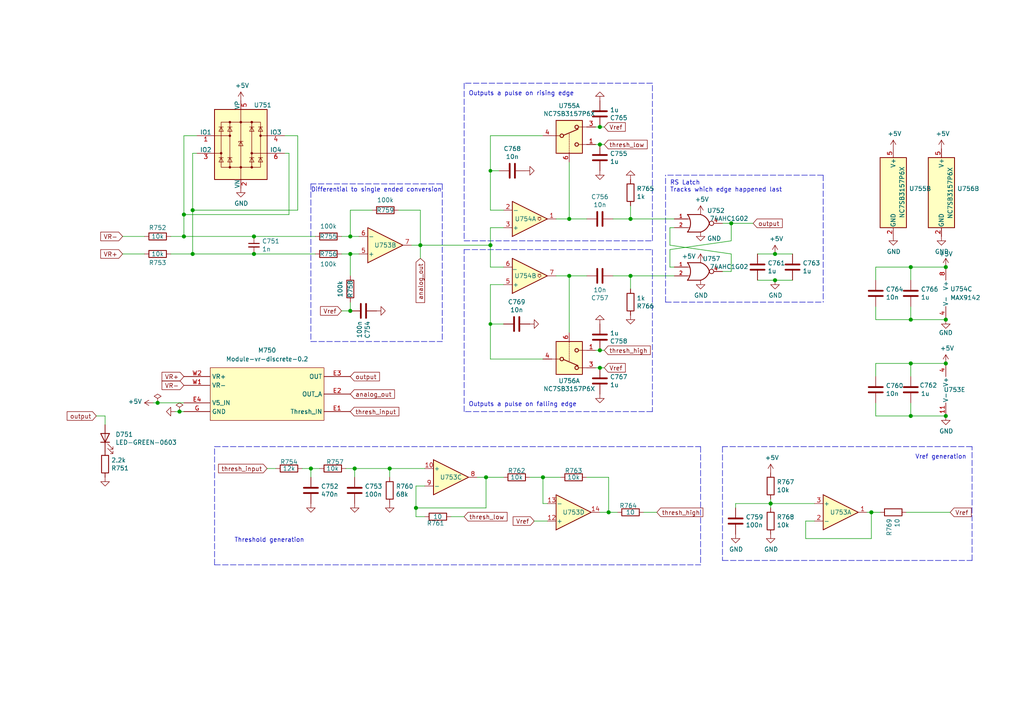
<source format=kicad_sch>
(kicad_sch (version 20211123) (generator eeschema)
  (paper "A4")
  (lib_symbols
    (symbol "74xGxx:74AHC1G02" (pin_names (offset 1.016))
      (property "Reference" "U" (at -2.54 3.81 0))
      (property "Value" "74AHC1G02" (at 0 -3.81 0))
      (symbol "74AHC1G02_0_1"
        (arc (start -3.81 -2.54) (mid -2.919 0) (end -3.81 2.54) (stroke (width 0.254)))
        (arc (start 0 -2.54) (mid 1.5993 -1.6027) (end 2.54 0) (stroke (width 0.254)))
        (polyline (pts (xy -3.81 -1.27) (xy -3.175 -1.27)))
        (polyline (pts (xy -3.81 1.27) (xy -3.175 1.27)))
        (polyline (pts (xy 0 -2.54) (xy -3.81 -2.54)) (stroke (width 0.254)) (fill (type background)))
        (polyline (pts (xy 0 2.54) (xy -3.81 2.54)) (stroke (width 0.254)) (fill (type background)))
        (arc (start 2.54 0) (mid 1.6119 1.6152) (end 0 2.54) (stroke (width 0.254)))
      )
      (symbol "74AHC1G02_1_1"
        (pin input line (at -7.62 1.27 0) (length 3.81) (name "~") (number "1"))
        (pin input line (at -7.62 -1.27 0) (length 3.81) (name "~") (number "2"))
        (pin power_in line (at 0 -2.54 270) (length 0) hide (name "GND") (number "3"))
        (pin output inverted (at 6.35 0 180) (length 3.81) (name "~") (number "4"))
        (pin power_in line (at 0 2.54 90) (length 0) hide (name "VCC") (number "5"))
      )
    )
    (symbol "Amplifier_Operational:MCP6004" (pin_names (offset 0.127))
      (property "Reference" "U" (at 0 5.08 0))
      (property "Value" "MCP6004" (at 0 -5.08 0))
      (symbol "MCP6004_1_1"
        (polyline (pts (xy -5.08 5.08) (xy 5.08 0) (xy -5.08 -5.08) (xy -5.08 5.08)) (stroke (width 0.254)) (fill (type background)))
        (pin output line (at 7.62 0 180) (length 2.54) (name "~") (number "1"))
        (pin input line (at -7.62 -2.54 0) (length 2.54) (name "-") (number "2"))
        (pin input line (at -7.62 2.54 0) (length 2.54) (name "+") (number "3"))
      )
      (symbol "MCP6004_2_1"
        (polyline (pts (xy -5.08 5.08) (xy 5.08 0) (xy -5.08 -5.08) (xy -5.08 5.08)) (stroke (width 0.254)) (fill (type background)))
        (pin input line (at -7.62 2.54 0) (length 2.54) (name "+") (number "5"))
        (pin input line (at -7.62 -2.54 0) (length 2.54) (name "-") (number "6"))
        (pin output line (at 7.62 0 180) (length 2.54) (name "~") (number "7"))
      )
      (symbol "MCP6004_3_1"
        (polyline (pts (xy -5.08 5.08) (xy 5.08 0) (xy -5.08 -5.08) (xy -5.08 5.08)) (stroke (width 0.254)) (fill (type background)))
        (pin input line (at -7.62 2.54 0) (length 2.54) (name "+") (number "10"))
        (pin output line (at 7.62 0 180) (length 2.54) (name "~") (number "8"))
        (pin input line (at -7.62 -2.54 0) (length 2.54) (name "-") (number "9"))
      )
      (symbol "MCP6004_4_1"
        (polyline (pts (xy -5.08 5.08) (xy 5.08 0) (xy -5.08 -5.08) (xy -5.08 5.08)) (stroke (width 0.254)) (fill (type background)))
        (pin input line (at -7.62 2.54 0) (length 2.54) (name "+") (number "12"))
        (pin input line (at -7.62 -2.54 0) (length 2.54) (name "-") (number "13"))
        (pin output line (at 7.62 0 180) (length 2.54) (name "~") (number "14"))
      )
      (symbol "MCP6004_5_1"
        (pin power_in line (at -2.54 -7.62 90) (length 3.81) (name "V-") (number "11"))
        (pin power_in line (at -2.54 7.62 270) (length 3.81) (name "V+") (number "4"))
      )
    )
    (symbol "Analog_Switch:NC7SB3157P6X" (pin_names (offset 0.127))
      (property "Reference" "U" (at -3.175 4.699 0))
      (property "Value" "NC7SB3157P6X" (at -3.175 2.921 0))
      (symbol "NC7SB3157P6X_1_1"
        (rectangle (start -3.81 1.905) (end 3.81 -7.62) (stroke (width 0.254)) (fill (type background)))
        (circle (center -2.159 -2.54) (radius 0.508) (stroke (width 0.254)))
        (polyline (pts (xy -5.08 -2.54) (xy -2.794 -2.54)))
        (polyline (pts (xy -1.651 -2.413) (xy 2.54 -0.635)) (stroke (width 0.254)))
        (polyline (pts (xy 0 -7.62) (xy 0 -7.112)))
        (polyline (pts (xy 0 -6.858) (xy 0 -6.604)))
        (polyline (pts (xy 0 -6.35) (xy 0 -6.096)))
        (polyline (pts (xy 0 -5.842) (xy 0 -5.588)))
        (polyline (pts (xy 0 -5.334) (xy 0 -5.08)))
        (polyline (pts (xy 0 -4.826) (xy 0 -4.572)))
        (polyline (pts (xy 0 -4.318) (xy 0 -4.064)))
        (polyline (pts (xy 0 -3.81) (xy 0 -3.556)))
        (polyline (pts (xy 0 -3.302) (xy 0 -3.048)))
        (polyline (pts (xy 0 -2.794) (xy 0 -2.54)))
        (polyline (pts (xy 0 -2.286) (xy 0 -2.032)))
        (polyline (pts (xy 0 -2.286) (xy 0 -2.032)))
        (polyline (pts (xy 5.08 -5.08) (xy 2.794 -5.08)))
        (polyline (pts (xy 5.08 0) (xy 2.794 0)))
        (circle (center 2.159 -5.08) (radius 0.508) (stroke (width 0.254)))
        (circle (center 2.159 0) (radius 0.508) (stroke (width 0.254)))
        (pin passive line (at 7.62 -5.08 180) (length 2.54) (name "~") (number "1"))
        (pin passive line (at 7.62 0 180) (length 2.54) (name "~") (number "3"))
        (pin passive line (at -7.62 -2.54 0) (length 2.54) (name "~") (number "4"))
        (pin input line (at 0 -10.16 90) (length 2.54) (name "~") (number "6"))
      )
      (symbol "NC7SB3157P6X_2_0"
        (pin power_in line (at 0 -12.7 90) (length 2.54) (name "GND") (number "2"))
        (pin power_in line (at 0 12.7 270) (length 2.54) (name "V+") (number "5"))
      )
      (symbol "NC7SB3157P6X_2_1"
        (rectangle (start -3.81 10.16) (end 3.81 -10.16) (stroke (width 0.254)) (fill (type background)))
      )
    )
    (symbol "Comparator:LM393" (pin_names (offset 0.127))
      (property "Reference" "U" (at 3.81 3.81 0))
      (property "Value" "LM393" (at 6.35 -3.81 0))
      (symbol "LM393_1_1"
        (polyline (pts (xy -5.08 5.08) (xy 5.08 0) (xy -5.08 -5.08) (xy -5.08 5.08)) (stroke (width 0.254)) (fill (type background)))
        (polyline (pts (xy 3.302 -0.508) (xy 2.794 -0.508) (xy 3.302 0) (xy 2.794 0.508) (xy 2.286 0) (xy 2.794 -0.508) (xy 2.286 -0.508)) (stroke (width 0.127)))
        (pin open_collector line (at 7.62 0 180) (length 2.54) (name "~") (number "1"))
        (pin input line (at -7.62 -2.54 0) (length 2.54) (name "-") (number "2"))
        (pin input line (at -7.62 2.54 0) (length 2.54) (name "+") (number "3"))
      )
      (symbol "LM393_2_1"
        (polyline (pts (xy -5.08 5.08) (xy 5.08 0) (xy -5.08 -5.08) (xy -5.08 5.08)) (stroke (width 0.254)) (fill (type background)))
        (polyline (pts (xy 3.302 -0.508) (xy 2.794 -0.508) (xy 3.302 0) (xy 2.794 0.508) (xy 2.286 0) (xy 2.794 -0.508) (xy 2.286 -0.508)) (stroke (width 0.127)))
        (pin input line (at -7.62 2.54 0) (length 2.54) (name "+") (number "5"))
        (pin input line (at -7.62 -2.54 0) (length 2.54) (name "_") (number "6"))
        (pin open_collector line (at 7.62 0 180) (length 2.54) (name "~") (number "7"))
      )
      (symbol "LM393_3_1"
        (pin power_in line (at -2.54 -7.62 90) (length 3.81) (name "V-") (number "4"))
        (pin power_in line (at -2.54 7.62 270) (length 3.81) (name "V+") (number "8"))
      )
    )
    (symbol "Device:C" (pin_numbers hide) (pin_names (offset 0.254))
      (property "Reference" "C" (at 0.635 2.54 0))
      (property "Value" "C" (at 0.635 -2.54 0))
      (symbol "C_0_1"
        (polyline (pts (xy -2.032 -0.762) (xy 2.032 -0.762)) (stroke (width 0.508)))
        (polyline (pts (xy -2.032 0.762) (xy 2.032 0.762)) (stroke (width 0.508)))
      )
      (symbol "C_1_1"
        (pin passive line (at 0 3.81 270) (length 2.794) (name "~") (number "1"))
        (pin passive line (at 0 -3.81 90) (length 2.794) (name "~") (number "2"))
      )
    )
    (symbol "Device:C_Small" (pin_numbers hide) (pin_names (offset 0.254) hide)
      (property "Reference" "C" (at 0.254 1.778 0))
      (property "Value" "C_Small" (at 0.254 -2.032 0))
      (symbol "C_Small_0_1"
        (polyline (pts (xy -1.524 -0.508) (xy 1.524 -0.508)) (stroke (width 0.3302)))
        (polyline (pts (xy -1.524 0.508) (xy 1.524 0.508)) (stroke (width 0.3048)))
      )
      (symbol "C_Small_1_1"
        (pin passive line (at 0 2.54 270) (length 2.032) (name "~") (number "1"))
        (pin passive line (at 0 -2.54 90) (length 2.032) (name "~") (number "2"))
      )
    )
    (symbol "Device:LED" (pin_numbers hide) (pin_names (offset 1.016) hide)
      (property "Reference" "D" (at 0 2.54 0))
      (property "Value" "LED" (at 0 -2.54 0))
      (symbol "LED_0_1"
        (polyline (pts (xy -1.27 -1.27) (xy -1.27 1.27)) (stroke (width 0.254)))
        (polyline (pts (xy -1.27 0) (xy 1.27 0)))
        (polyline (pts (xy 1.27 -1.27) (xy 1.27 1.27) (xy -1.27 0) (xy 1.27 -1.27)) (stroke (width 0.254)))
        (polyline (pts (xy -3.048 -0.762) (xy -4.572 -2.286) (xy -3.81 -2.286) (xy -4.572 -2.286) (xy -4.572 -1.524)))
        (polyline (pts (xy -1.778 -0.762) (xy -3.302 -2.286) (xy -2.54 -2.286) (xy -3.302 -2.286) (xy -3.302 -1.524)))
      )
      (symbol "LED_1_1"
        (pin passive line (at -3.81 0 0) (length 2.54) (name "K") (number "1"))
        (pin passive line (at 3.81 0 180) (length 2.54) (name "A") (number "2"))
      )
    )
    (symbol "Device:R" (pin_numbers hide) (pin_names (offset 0))
      (property "Reference" "R" (at 2.032 0 90))
      (property "Value" "R" (at 0 0 90))
      (symbol "R_0_1"
        (rectangle (start -1.016 -2.54) (end 1.016 2.54) (stroke (width 0.254)))
      )
      (symbol "R_1_1"
        (pin passive line (at 0 3.81 270) (length 1.27) (name "~") (number "1"))
        (pin passive line (at 0 -3.81 90) (length 1.27) (name "~") (number "2"))
      )
    )
    (symbol "Power_Protection:SRV05-4" (pin_names (offset 0))
      (property "Reference" "U" (at -5.08 11.43 0))
      (property "Value" "SRV05-4-P-T7" (at 2.54 11.43 0))
      (symbol "SRV05-4_0_0"
        (rectangle (start -5.715 6.477) (end 5.715 -6.604))
        (polyline (pts (xy -3.175 -6.604) (xy -3.175 6.477)))
        (polyline (pts (xy 3.175 6.477) (xy 3.175 -6.604)))
      )
      (symbol "SRV05-4_0_1"
        (rectangle (start -7.62 10.16) (end 7.62 -10.16) (stroke (width 0.254)) (fill (type background)))
        (circle (center -5.715 -2.54) (radius 0.2794) (fill (type outline)))
        (circle (center -3.175 -6.604) (radius 0.2794) (fill (type outline)))
        (circle (center -3.175 2.54) (radius 0.2794) (fill (type outline)))
        (circle (center -3.175 6.477) (radius 0.2794) (fill (type outline)))
        (circle (center 0 -6.604) (radius 0.2794) (fill (type outline)))
        (polyline (pts (xy -7.747 2.54) (xy -3.175 2.54)))
        (polyline (pts (xy -7.62 -2.54) (xy -5.715 -2.54)))
        (polyline (pts (xy -5.08 -3.81) (xy -6.35 -3.81)))
        (polyline (pts (xy -5.08 5.08) (xy -6.35 5.08)))
        (polyline (pts (xy -2.54 -3.81) (xy -3.81 -3.81)))
        (polyline (pts (xy -2.54 5.08) (xy -3.81 5.08)))
        (polyline (pts (xy 0 10.16) (xy 0 -10.16)))
        (polyline (pts (xy 3.81 -3.81) (xy 2.54 -3.81)))
        (polyline (pts (xy 3.81 5.08) (xy 2.54 5.08)))
        (polyline (pts (xy 6.35 -3.81) (xy 5.08 -3.81)))
        (polyline (pts (xy 6.35 5.08) (xy 5.08 5.08)))
        (polyline (pts (xy 7.62 -2.54) (xy 3.175 -2.54)))
        (polyline (pts (xy 7.62 2.54) (xy 5.715 2.54)))
        (polyline (pts (xy 0.635 0.889) (xy -0.635 0.889) (xy -0.635 0.635)))
        (polyline (pts (xy -5.08 -5.08) (xy -6.35 -5.08) (xy -5.715 -3.81) (xy -5.08 -5.08)))
        (polyline (pts (xy -5.08 3.81) (xy -6.35 3.81) (xy -5.715 5.08) (xy -5.08 3.81)))
        (polyline (pts (xy -2.54 -5.08) (xy -3.81 -5.08) (xy -3.175 -3.81) (xy -2.54 -5.08)))
        (polyline (pts (xy -2.54 3.81) (xy -3.81 3.81) (xy -3.175 5.08) (xy -2.54 3.81)))
        (polyline (pts (xy 0.635 -0.381) (xy -0.635 -0.381) (xy 0 0.889) (xy 0.635 -0.381)))
        (polyline (pts (xy 3.81 -5.08) (xy 2.54 -5.08) (xy 3.175 -3.81) (xy 3.81 -5.08)))
        (polyline (pts (xy 3.81 3.81) (xy 2.54 3.81) (xy 3.175 5.08) (xy 3.81 3.81)))
        (polyline (pts (xy 6.35 -5.08) (xy 5.08 -5.08) (xy 5.715 -3.81) (xy 6.35 -5.08)))
        (polyline (pts (xy 6.35 3.81) (xy 5.08 3.81) (xy 5.715 5.08) (xy 6.35 3.81)))
        (circle (center 0 6.477) (radius 0.2794) (fill (type outline)))
        (circle (center 3.175 -6.604) (radius 0.2794) (fill (type outline)))
        (circle (center 3.175 -2.54) (radius 0.2794) (fill (type outline)))
        (circle (center 3.175 6.477) (radius 0.2794) (fill (type outline)))
        (circle (center 5.715 2.54) (radius 0.2794) (fill (type outline)))
      )
      (symbol "SRV05-4_1_1"
        (pin passive line (at -12.7 2.54 0) (length 5.08) (name "IO1") (number "1"))
        (pin passive line (at 0 -12.7 90) (length 2.54) (name "VN") (number "2"))
        (pin passive line (at -12.7 -2.54 0) (length 5.08) (name "IO2") (number "3"))
        (pin passive line (at 12.7 2.54 180) (length 5.08) (name "IO3") (number "4"))
        (pin passive line (at 0 12.7 270) (length 2.54) (name "VP") (number "5"))
        (pin passive line (at 12.7 -2.54 180) (length 5.08) (name "IO4") (number "6"))
      )
    )
    (symbol "power:+5V" (power) (pin_names (offset 0))
      (property "Value" "+5V" (at 0 3.556 0))
      (symbol "+5V_0_1"
        (polyline (pts (xy -0.762 1.27) (xy 0 2.54)))
        (polyline (pts (xy 0 0) (xy 0 2.54)))
        (polyline (pts (xy 0 2.54) (xy 0.762 1.27)))
      )
      (symbol "+5V_1_1"
        (pin power_in line (at 0 0 90) (length 0) hide (name "+5V") (number "1"))
      )
    )
    (symbol "power:GND" (power) (pin_names (offset 0))
      (property "Value" "GND" (at 0 -3.81 0))
      (symbol "GND_0_1"
        (polyline (pts (xy 0 0) (xy 0 -1.27) (xy 1.27 -1.27) (xy 0 -2.54) (xy -1.27 -1.27) (xy 0 -1.27)))
      )
      (symbol "GND_1_1"
        (pin power_in line (at 0 0 270) (length 0) hide (name "GND") (number "1"))
      )
    )
    (symbol "power:PWR_FLAG" (power) (pin_numbers hide) (pin_names (offset 0) hide)
      (property "Value" "PWR_FLAG" (at 0 3.81 0))
      (symbol "PWR_FLAG_0_0"
        (pin power_out line (at 0 0 90) (length 0) (name "pwr") (number "1"))
      )
      (symbol "PWR_FLAG_0_1"
        (polyline (pts (xy 0 0) (xy 0 1.27) (xy -1.016 1.905) (xy 0 2.54) (xy 1.016 1.905) (xy 0 1.27)))
      )
    )
    (symbol "vr-discrete:Module-vr-discrete-0.2"
      (property "Reference" "M" (at 1.27 1.27 0))
      (property "Value" "Module-vr-discrete-0.2" (at 16.51 -16.51 0))
      (symbol "Module-vr-discrete-0.2_1_0"
        (rectangle (start 0 0) (end 33.02 -15.24) (fill (type background)))
        (pin passive line (at 40.64 -12.7 180) (length 7.62) (name "Thresh_IN") (number "E1"))
        (pin passive line (at 40.64 -7.62 180) (length 7.62) (name "OUT_A") (number "E2"))
        (pin passive line (at 40.64 -2.54 180) (length 7.62) (name "OUT") (number "E3"))
        (pin passive line (at -7.62 -10.16 0) (length 7.62) (name "V5_IN") (number "E4"))
        (pin passive line (at -7.62 -12.7 0) (length 7.62) (name "GND") (number "G"))
        (pin passive line (at -7.62 -5.08 0) (length 7.62) (name "VR-") (number "W1"))
        (pin passive line (at -7.62 -2.54 0) (length 7.62) (name "VR+") (number "W2"))
      )
    )
  )
  (junction (at 142.24 71.12) (diameter 1.016))
  (junction (at 142.24 93.98))
  (junction (at 264.16 105.41) (diameter 1.016))
  (junction (at 52.07 119.38) (diameter 1.016))
  (junction (at 73.66 68.58) (diameter 1.016))
  (junction (at 102.87 135.89) (diameter 1.016))
  (junction (at 173.99 106.68) (diameter 1.016))
  (junction (at 274.32 92.71) (diameter 1.016))
  (junction (at 73.66 73.66) (diameter 1.016))
  (junction (at 264.16 120.65) (diameter 1.016))
  (junction (at 101.6 73.66) (diameter 1.016))
  (junction (at 274.32 120.65) (diameter 1.016))
  (junction (at 55.88 73.66) (diameter 1.016))
  (junction (at 120.65 147.32) (diameter 1.016))
  (junction (at 142.24 49.53))
  (junction (at 165.1 63.5) (diameter 1.016))
  (junction (at 224.79 73.66) (diameter 1.016))
  (junction (at 53.34 68.58) (diameter 1.016))
  (junction (at 45.72 116.84) (diameter 1.016))
  (junction (at 90.17 135.89) (diameter 1.016))
  (junction (at 173.99 36.83) (diameter 1.016))
  (junction (at 173.99 41.91) (diameter 1.016))
  (junction (at 157.48 138.43) (diameter 1.016))
  (junction (at 274.32 77.47) (diameter 1.016))
  (junction (at 55.88 60.96) (diameter 1.016))
  (junction (at 264.16 77.47) (diameter 1.016))
  (junction (at 182.88 80.01) (diameter 1.016))
  (junction (at 274.32 105.41) (diameter 1.016))
  (junction (at 252.73 148.59) (diameter 1.016))
  (junction (at 113.03 135.89) (diameter 1.016))
  (junction (at 176.53 148.59) (diameter 1.016))
  (junction (at 101.6 90.17) (diameter 1.016))
  (junction (at 53.34 62.23) (diameter 1.016))
  (junction (at 121.92 71.12) (diameter 1.016))
  (junction (at 264.16 92.71) (diameter 1.016))
  (junction (at 182.88 63.5) (diameter 1.016))
  (junction (at 101.6 68.58) (diameter 1.016))
  (junction (at 140.97 138.43) (diameter 1.016))
  (junction (at 224.79 81.28) (diameter 1.016))
  (junction (at 165.1 80.01) (diameter 1.016))
  (junction (at 212.09 64.77) (diameter 1.016))
  (junction (at 223.52 146.05) (diameter 1.016))
  (junction (at 173.99 101.6) (diameter 1.016))
  (polyline (pts (xy 238.76 50.8) (xy 193.04 50.8)) (stroke (width 0) (type dash)))
  (wire (pts (xy 254 105.41) (xy 254 109.22)))
  (wire (pts (xy 121.92 60.96) (xy 121.92 71.12)))
  (wire (pts (xy 120.65 147.32) (xy 140.97 147.32)))
  (polyline (pts (xy 189.23 119.38) (xy 134.62 119.38)) (stroke (width 0) (type dash)))
  (wire (pts (xy 52.07 119.38) (xy 53.34 119.38)))
  (wire (pts (xy 236.22 151.13) (xy 233.68 151.13)))
  (wire (pts (xy 157.48 138.43) (xy 162.56 138.43)))
  (wire (pts (xy 142.24 93.98) (xy 146.05 93.98)))
  (wire (pts (xy 157.48 138.43) (xy 153.67 138.43)))
  (wire (pts (xy 274.32 92.71) (xy 264.16 92.71)))
  (wire (pts (xy 233.68 151.13) (xy 233.68 156.21)))
  (wire (pts (xy 99.06 73.66) (xy 101.6 73.66)))
  (wire (pts (xy 101.6 73.66) (xy 104.14 73.66)))
  (wire (pts (xy 102.87 135.89) (xy 113.03 135.89)))
  (wire (pts (xy 165.1 63.5) (xy 170.18 63.5)))
  (polyline (pts (xy 209.55 129.54) (xy 209.55 162.56)) (stroke (width 0) (type dash)))
  (wire (pts (xy 100.33 135.89) (xy 102.87 135.89)))
  (wire (pts (xy 53.34 62.23) (xy 53.34 68.58)))
  (wire (pts (xy 177.8 63.5) (xy 182.88 63.5)))
  (wire (pts (xy 55.88 60.96) (xy 86.36 60.96)))
  (wire (pts (xy 254 116.84) (xy 254 120.65)))
  (wire (pts (xy 195.58 77.47) (xy 194.31 77.47)))
  (wire (pts (xy 254 77.47) (xy 264.16 77.47)))
  (wire (pts (xy 146.05 77.47) (xy 142.24 77.47)))
  (polyline (pts (xy 134.62 72.39) (xy 189.23 72.39)) (stroke (width 0) (type dash)))
  (wire (pts (xy 57.15 44.45) (xy 55.88 44.45)))
  (wire (pts (xy 209.55 78.74) (xy 212.09 78.74)))
  (wire (pts (xy 41.91 73.66) (xy 35.56 73.66)))
  (polyline (pts (xy 62.23 163.83) (xy 203.2 163.83)) (stroke (width 0) (type dash)))
  (wire (pts (xy 212.09 64.77) (xy 212.09 69.85)))
  (wire (pts (xy 35.56 68.58) (xy 41.91 68.58)))
  (wire (pts (xy 172.72 41.91) (xy 173.99 41.91)))
  (wire (pts (xy 173.99 41.91) (xy 175.26 41.91)))
  (wire (pts (xy 165.1 63.5) (xy 165.1 46.99)))
  (wire (pts (xy 165.1 80.01) (xy 165.1 96.52)))
  (wire (pts (xy 80.01 135.89) (xy 77.47 135.89)))
  (wire (pts (xy 142.24 66.04) (xy 146.05 66.04)))
  (polyline (pts (xy 193.04 87.63) (xy 238.76 87.63)) (stroke (width 0) (type dash)))
  (wire (pts (xy 233.68 156.21) (xy 252.73 156.21)))
  (wire (pts (xy 254 88.9) (xy 254 92.71)))
  (wire (pts (xy 194.31 66.04) (xy 194.31 71.12)))
  (wire (pts (xy 194.31 66.04) (xy 195.58 66.04)))
  (wire (pts (xy 165.1 80.01) (xy 170.18 80.01)))
  (polyline (pts (xy 281.94 129.54) (xy 209.55 129.54)) (stroke (width 0) (type dash)))
  (polyline (pts (xy 128.27 53.34) (xy 90.17 53.34)) (stroke (width 0) (type dash)))
  (wire (pts (xy 101.6 60.96) (xy 101.6 68.58)))
  (wire (pts (xy 55.88 44.45) (xy 55.88 60.96)))
  (wire (pts (xy 219.71 73.66) (xy 224.79 73.66)))
  (wire (pts (xy 229.87 73.66) (xy 224.79 73.66)))
  (wire (pts (xy 170.18 138.43) (xy 176.53 138.43)))
  (wire (pts (xy 120.65 147.32) (xy 120.65 149.86)))
  (wire (pts (xy 223.52 146.05) (xy 223.52 147.32)))
  (wire (pts (xy 55.88 73.66) (xy 49.53 73.66)))
  (wire (pts (xy 194.31 72.39) (xy 194.31 77.47)))
  (wire (pts (xy 140.97 138.43) (xy 138.43 138.43)))
  (polyline (pts (xy 62.23 163.83) (xy 62.23 129.54)) (stroke (width 0) (type dash)))
  (wire (pts (xy 165.1 80.01) (xy 161.29 80.01)))
  (wire (pts (xy 83.82 62.23) (xy 83.82 44.45)))
  (wire (pts (xy 254 92.71) (xy 264.16 92.71)))
  (wire (pts (xy 142.24 93.98) (xy 142.24 104.14)))
  (wire (pts (xy 194.31 72.39) (xy 212.09 69.85)))
  (wire (pts (xy 254 77.47) (xy 254 81.28)))
  (wire (pts (xy 254 105.41) (xy 264.16 105.41)))
  (wire (pts (xy 142.24 49.53) (xy 144.78 49.53)))
  (wire (pts (xy 157.48 39.37) (xy 142.24 39.37)))
  (wire (pts (xy 173.99 36.83) (xy 172.72 36.83)))
  (wire (pts (xy 175.26 36.83) (xy 173.99 36.83)))
  (wire (pts (xy 44.45 116.84) (xy 45.72 116.84)))
  (wire (pts (xy 142.24 82.55) (xy 146.05 82.55)))
  (wire (pts (xy 86.36 60.96) (xy 86.36 39.37)))
  (polyline (pts (xy 134.62 119.38) (xy 134.62 72.39)) (stroke (width 0) (type dash)))
  (wire (pts (xy 123.19 140.97) (xy 120.65 140.97)))
  (wire (pts (xy 27.94 120.65) (xy 30.48 120.65)))
  (wire (pts (xy 161.29 63.5) (xy 165.1 63.5)))
  (wire (pts (xy 252.73 156.21) (xy 252.73 148.59)))
  (polyline (pts (xy 128.27 53.34) (xy 128.27 99.06)) (stroke (width 0) (type dash)))
  (wire (pts (xy 254 120.65) (xy 264.16 120.65)))
  (wire (pts (xy 57.15 39.37) (xy 53.34 39.37)))
  (polyline (pts (xy 189.23 24.13) (xy 134.62 24.13)) (stroke (width 0) (type dash)))
  (wire (pts (xy 120.65 140.97) (xy 120.65 147.32)))
  (wire (pts (xy 182.88 63.5) (xy 195.58 63.5)))
  (wire (pts (xy 173.99 101.6) (xy 172.72 101.6)))
  (wire (pts (xy 175.26 101.6) (xy 173.99 101.6)))
  (wire (pts (xy 142.24 60.96) (xy 146.05 60.96)))
  (wire (pts (xy 120.65 149.86) (xy 123.19 149.86)))
  (wire (pts (xy 177.8 80.01) (xy 182.88 80.01)))
  (wire (pts (xy 264.16 105.41) (xy 274.32 105.41)))
  (wire (pts (xy 264.16 109.22) (xy 264.16 105.41)))
  (wire (pts (xy 142.24 49.53) (xy 142.24 60.96)))
  (wire (pts (xy 73.66 68.58) (xy 91.44 68.58)))
  (wire (pts (xy 121.92 74.93) (xy 121.92 71.12)))
  (wire (pts (xy 92.71 135.89) (xy 90.17 135.89)))
  (polyline (pts (xy 134.62 69.85) (xy 189.23 69.85)) (stroke (width 0) (type dash)))
  (wire (pts (xy 157.48 104.14) (xy 142.24 104.14)))
  (wire (pts (xy 53.34 68.58) (xy 73.66 68.58)))
  (polyline (pts (xy 193.04 87.63) (xy 193.04 50.8)) (stroke (width 0) (type dash)))
  (wire (pts (xy 30.48 120.65) (xy 30.48 123.19)))
  (wire (pts (xy 99.06 90.17) (xy 101.6 90.17)))
  (wire (pts (xy 115.57 60.96) (xy 121.92 60.96)))
  (wire (pts (xy 101.6 80.01) (xy 101.6 73.66)))
  (wire (pts (xy 186.69 148.59) (xy 190.5 148.59)))
  (wire (pts (xy 142.24 71.12) (xy 142.24 66.04)))
  (wire (pts (xy 101.6 68.58) (xy 104.14 68.58)))
  (wire (pts (xy 236.22 146.05) (xy 223.52 146.05)))
  (polyline (pts (xy 238.76 50.8) (xy 238.76 87.63)) (stroke (width 0) (type dash)))
  (wire (pts (xy 176.53 148.59) (xy 179.07 148.59)))
  (wire (pts (xy 194.31 71.12) (xy 212.09 73.66)))
  (wire (pts (xy 264.16 77.47) (xy 274.32 77.47)))
  (wire (pts (xy 264.16 81.28) (xy 264.16 77.47)))
  (wire (pts (xy 50.8 119.38) (xy 52.07 119.38)))
  (wire (pts (xy 182.88 80.01) (xy 195.58 80.01)))
  (wire (pts (xy 49.53 68.58) (xy 53.34 68.58)))
  (polyline (pts (xy 90.17 99.06) (xy 128.27 99.06)) (stroke (width 0) (type dash)))
  (wire (pts (xy 53.34 39.37) (xy 53.34 62.23)))
  (polyline (pts (xy 134.62 24.13) (xy 134.62 69.85)) (stroke (width 0) (type dash)))
  (polyline (pts (xy 90.17 53.34) (xy 90.17 99.06)) (stroke (width 0) (type dash)))
  (wire (pts (xy 86.36 39.37) (xy 82.55 39.37)))
  (wire (pts (xy 212.09 73.66) (xy 212.09 78.74)))
  (wire (pts (xy 142.24 77.47) (xy 142.24 71.12)))
  (wire (pts (xy 87.63 135.89) (xy 90.17 135.89)))
  (wire (pts (xy 142.24 39.37) (xy 142.24 49.53)))
  (wire (pts (xy 209.55 64.77) (xy 212.09 64.77)))
  (wire (pts (xy 55.88 73.66) (xy 73.66 73.66)))
  (wire (pts (xy 45.72 116.84) (xy 53.34 116.84)))
  (polyline (pts (xy 281.94 162.56) (xy 281.94 129.54)) (stroke (width 0) (type dash)))
  (wire (pts (xy 101.6 90.17) (xy 101.6 87.63)))
  (wire (pts (xy 90.17 135.89) (xy 90.17 138.43)))
  (wire (pts (xy 219.71 81.28) (xy 224.79 81.28)))
  (wire (pts (xy 229.87 81.28) (xy 224.79 81.28)))
  (wire (pts (xy 121.92 71.12) (xy 119.38 71.12)))
  (wire (pts (xy 99.06 68.58) (xy 101.6 68.58)))
  (wire (pts (xy 154.94 151.13) (xy 158.75 151.13)))
  (wire (pts (xy 252.73 148.59) (xy 251.46 148.59)))
  (wire (pts (xy 142.24 82.55) (xy 142.24 93.98)))
  (wire (pts (xy 53.34 62.23) (xy 83.82 62.23)))
  (polyline (pts (xy 189.23 72.39) (xy 189.23 119.38)) (stroke (width 0) (type dash)))
  (wire (pts (xy 146.05 138.43) (xy 140.97 138.43)))
  (wire (pts (xy 213.36 147.32) (xy 213.36 146.05)))
  (wire (pts (xy 55.88 60.96) (xy 55.88 73.66)))
  (wire (pts (xy 264.16 92.71) (xy 264.16 88.9)))
  (wire (pts (xy 176.53 148.59) (xy 173.99 148.59)))
  (wire (pts (xy 255.27 148.59) (xy 252.73 148.59)))
  (polyline (pts (xy 189.23 69.85) (xy 189.23 24.13)) (stroke (width 0) (type dash)))
  (wire (pts (xy 176.53 138.43) (xy 176.53 148.59)))
  (wire (pts (xy 83.82 44.45) (xy 82.55 44.45)))
  (polyline (pts (xy 62.23 129.54) (xy 203.2 129.54)) (stroke (width 0) (type dash)))
  (wire (pts (xy 107.95 60.96) (xy 101.6 60.96)))
  (wire (pts (xy 157.48 146.05) (xy 157.48 138.43)))
  (wire (pts (xy 223.52 146.05) (xy 223.52 144.78)))
  (wire (pts (xy 102.87 138.43) (xy 102.87 135.89)))
  (wire (pts (xy 158.75 146.05) (xy 157.48 146.05)))
  (wire (pts (xy 262.89 148.59) (xy 275.59 148.59)))
  (wire (pts (xy 182.88 63.5) (xy 182.88 59.69)))
  (polyline (pts (xy 209.55 162.56) (xy 281.94 162.56)) (stroke (width 0) (type dash)))
  (wire (pts (xy 123.19 135.89) (xy 113.03 135.89)))
  (wire (pts (xy 212.09 64.77) (xy 218.44 64.77)))
  (wire (pts (xy 264.16 120.65) (xy 264.16 116.84)))
  (wire (pts (xy 274.32 120.65) (xy 264.16 120.65)))
  (wire (pts (xy 113.03 135.89) (xy 113.03 138.43)))
  (wire (pts (xy 140.97 147.32) (xy 140.97 138.43)))
  (wire (pts (xy 173.99 106.68) (xy 172.72 106.68)))
  (wire (pts (xy 175.26 106.68) (xy 173.99 106.68)))
  (polyline (pts (xy 203.2 129.54) (xy 203.2 163.83)) (stroke (width 0) (type dash)))
  (wire (pts (xy 130.81 149.86) (xy 134.62 149.86)))
  (wire (pts (xy 91.44 73.66) (xy 73.66 73.66)))
  (wire (pts (xy 142.24 71.12) (xy 121.92 71.12)))
  (wire (pts (xy 213.36 146.05) (xy 223.52 146.05)))
  (wire (pts (xy 182.88 80.01) (xy 182.88 83.82)))
  (text "RS Latch\nTracks which edge happened last" (at 194.31 55.88 0) (effects (font (size 1.27 1.27)) (justify left bottom)))
  (text "Vref generation" (at 265.43 133.35 0) (effects (font (size 1.27 1.27)) (justify left bottom)))
  (text "Outputs a pulse on falling edge" (at 135.89 118.11 0) (effects (font (size 1.27 1.27)) (justify left bottom)))
  (text "Threshold generation" (at 67.945 157.48 0) (effects (font (size 1.27 1.27)) (justify left bottom)))
  (text "Outputs a pulse on rising edge" (at 135.89 27.94 0) (effects (font (size 1.27 1.27)) (justify left bottom)))
  (text "Differential to single ended conversion" (at 90.17 55.88 0) (effects (font (size 1.27 1.27)) (justify left bottom)))
  (global_label "VR-" (shape input) (at 53.34 111.76 180) (property "Intersheet References" "${INTERSHEET_REFS}" (effects hide)))
  (global_label "Vref" (shape input) (at 175.26 106.68 0) (property "Intersheet References" "${INTERSHEET_REFS}" (effects hide)))
  (global_label "output" (shape input) (at 218.44 64.77 0) (property "Intersheet References" "${INTERSHEET_REFS}" (effects hide)))
  (global_label "thresh_input" (shape input) (at 77.47 135.89 180) (property "Intersheet References" "${INTERSHEET_REFS}" (effects hide)))
  (global_label "thresh_input" (shape input) (at 101.6 119.38 0) (property "Intersheet References" "${INTERSHEET_REFS}" (effects hide)))
  (global_label "thresh_high" (shape input) (at 190.5 148.59 0) (property "Intersheet References" "${INTERSHEET_REFS}" (effects hide)))
  (global_label "analog_out" (shape input) (at 121.92 74.93 270) (property "Intersheet References" "${INTERSHEET_REFS}" (effects hide)))
  (global_label "VR-" (shape input) (at 35.56 68.58 180) (property "Intersheet References" "${INTERSHEET_REFS}" (effects hide)))
  (global_label "output" (shape input) (at 101.6 109.22 0) (property "Intersheet References" "${INTERSHEET_REFS}" (effects hide)))
  (global_label "Vref" (shape input) (at 175.26 36.83 0) (property "Intersheet References" "${INTERSHEET_REFS}" (effects hide)))
  (global_label "Vref" (shape input) (at 275.59 148.59 0) (property "Intersheet References" "${INTERSHEET_REFS}" (effects hide)))
  (global_label "analog_out" (shape input) (at 101.6 114.3 0) (property "Intersheet References" "${INTERSHEET_REFS}" (effects hide)))
  (global_label "output" (shape input) (at 27.94 120.65 180) (property "Intersheet References" "${INTERSHEET_REFS}" (effects hide)))
  (global_label "thresh_low" (shape input) (at 175.26 41.91 0) (property "Intersheet References" "${INTERSHEET_REFS}" (effects hide)))
  (global_label "thresh_low" (shape input) (at 134.62 149.86 0) (property "Intersheet References" "${INTERSHEET_REFS}" (effects hide)))
  (global_label "VR+" (shape input) (at 35.56 73.66 180) (property "Intersheet References" "${INTERSHEET_REFS}" (effects hide)))
  (global_label "Vref" (shape input) (at 154.94 151.13 180) (property "Intersheet References" "${INTERSHEET_REFS}" (effects hide)))
  (global_label "VR+" (shape input) (at 53.34 109.22 180) (property "Intersheet References" "${INTERSHEET_REFS}" (effects hide)))
  (global_label "thresh_high" (shape input) (at 175.26 101.6 0) (property "Intersheet References" "${INTERSHEET_REFS}" (effects hide)))
  (global_label "Vref" (shape input) (at 99.06 90.17 180) (property "Intersheet References" "${INTERSHEET_REFS}" (effects hide)))
  (symbol (lib_id "power:GND") (at 153.67 93.98 90) (mirror x) (unit 1)
    (property "Reference" "#PWR072" (effects hide))
    (property "Value" "GND" (effects hide))
  )
  (symbol (lib_id "Device:C") (at 173.99 97.79 0) (mirror x) (unit 1)
    (property "Reference" "C758" (at 176.911 98.9584 0) (effects (justify left)))
    (property "Value" "1u" (at 176.911 96.647 0) (effects (justify left)))
    (property "Footprint" "Capacitor_SMD:C_0402_1005Metric" (effects hide))
    (property "LCSC" "C52923" (effects hide))
  )
  (symbol (lib_id "Device:R") (at 45.72 73.66 270) (unit 1)
    (property "Reference" "R753" (at 45.72 76.2 90))
    (property "Value" "10k" (at 45.72 73.66 90))
    (property "Footprint" "Resistor_SMD:R_0805_2012Metric" (effects hide))
    (property "LCSC" "C17414" (effects hide))
  )
  (symbol (lib_id "power:GND") (at 69.85 54.61 0) (unit 1)
    (property "Reference" "#PWR0755" (effects hide))
    (property "Value" "GND" (at 69.977 59.0042 0))
  )
  (symbol (lib_id "power:GND") (at 30.48 138.43 0) (mirror y) (unit 1)
    (property "Reference" "#PWR0752" (effects hide))
    (property "Value" "GND" (effects hide))
  )
  (symbol (lib_id "Amplifier_Operational:MCP6004") (at 276.86 113.03 0) (unit 5)
    (property "Reference" "U753" (at 276.86 113.03 0))
    (property "Value" "MCP6004" (effects hide))
    (property "Footprint" "Package_SO:TSSOP-14_4.4x5mm_P0.65mm" (effects hide))
    (property "Datasheet" "http://ww1.microchip.com/downloads/en/DeviceDoc/21733j.pdf" (effects hide))
    (property "LCSC" "C50282" (effects hide))
  )
  (symbol (lib_id "Device:C") (at 173.99 63.5 270) (unit 1)
    (property "Reference" "C756" (at 173.99 57.0992 90))
    (property "Value" "10n" (at 173.99 59.4106 90))
    (property "Footprint" "Capacitor_SMD:C_0402_1005Metric" (effects hide))
    (property "LCSC" "C15195" (effects hide))
  )
  (symbol (lib_id "Device:R") (at 45.72 68.58 90) (unit 1)
    (property "Reference" "R752" (at 45.72 66.04 90))
    (property "Value" "10k" (at 45.72 68.58 90))
    (property "Footprint" "Resistor_SMD:R_0805_2012Metric" (effects hide))
    (property "LCSC" "C17414" (effects hide))
  )
  (symbol (lib_id "power:GND") (at 102.87 146.05 0) (mirror y) (unit 1)
    (property "Reference" "#PWR0761" (effects hide))
    (property "Value" "GND" (effects hide))
  )
  (symbol (lib_id "power:+5V") (at 223.52 137.16 0) (unit 1)
    (property "Reference" "#PWR0773" (effects hide))
    (property "Value" "+5V" (at 223.901 132.7658 0))
  )
  (symbol (lib_id "Device:C") (at 149.86 93.98 270) (unit 1)
    (property "Reference" "C769" (at 149.86 87.5792 90))
    (property "Value" "10n" (at 149.86 89.8906 90))
    (property "Footprint" "Capacitor_SMD:C_0402_1005Metric" (effects hide))
    (property "LCSC" "C15195" (effects hide))
  )
  (symbol (lib_id "Device:C") (at 254 85.09 0) (unit 1)
    (property "Reference" "C764" (at 256.921 83.9216 0) (effects (justify left)))
    (property "Value" "10n" (at 256.921 86.233 0) (effects (justify left)))
    (property "Footprint" "Capacitor_SMD:C_0402_1005Metric" (effects hide))
    (property "LCSC" "C15195" (effects hide))
  )
  (symbol (lib_id "power:GND") (at 113.03 146.05 0) (mirror y) (unit 1)
    (property "Reference" "#PWR0763" (effects hide))
    (property "Value" "GND" (effects hide))
  )
  (symbol (lib_id "power:GND") (at 173.99 114.3 0) (mirror y) (unit 1)
    (property "Reference" "#PWR0794" (effects hide))
    (property "Value" "GND" (effects hide))
  )
  (symbol (lib_id "Amplifier_Operational:MCP6004") (at 166.37 148.59 0) (mirror x) (unit 4)
    (property "Reference" "U753" (at 166.37 148.59 0))
    (property "Value" "MCP6004" (effects hide))
    (property "Footprint" "Package_SO:TSSOP-14_4.4x5mm_P0.65mm" (effects hide))
    (property "Datasheet" "http://ww1.microchip.com/downloads/en/DeviceDoc/21733j.pdf" (effects hide))
    (property "LCSC" "C50282" (effects hide))
  )
  (symbol (lib_id "power:GND") (at 224.79 81.28 0) (unit 1)
    (property "Reference" "#PWR0776" (effects hide))
    (property "Value" "GND" (at 224.917 85.6742 0))
  )
  (symbol (lib_id "Device:C") (at 264.16 85.09 0) (unit 1)
    (property "Reference" "C766" (at 267.081 83.9216 0) (effects (justify left)))
    (property "Value" "1u" (at 267.081 86.233 0) (effects (justify left)))
    (property "Footprint" "Capacitor_SMD:C_0402_1005Metric" (effects hide))
    (property "LCSC" "C52923" (effects hide))
  )
  (symbol (lib_id "Comparator:LM393") (at 153.67 80.01 0) (mirror x) (unit 2)
    (property "Reference" "U754" (at 152.4 80.01 0))
    (property "Value" "MAX9142" (effects hide))
    (property "Footprint" "Package_SO:SOIC-8_3.9x4.9mm_P1.27mm" (effects hide))
    (property "Datasheet" "http://www.ti.com/lit/ds/symlink/lm393.pdf" (effects hide))
    (property "LCSC" "C18567" (effects hide))
  )
  (symbol (lib_id "Power_Protection:SRV05-4") (at 69.85 41.91 0) (unit 1)
    (property "Reference" "U751" (at 76.2 30.48 0))
    (property "Value" "SRV05-4-P-T7" (effects hide))
    (property "Footprint" "Package_TO_SOT_SMD:SOT-23-6" (effects hide))
    (property "Datasheet" "http://www.onsemi.com/pub/Collateral/SRV05-4-D.PDF" (effects hide))
    (property "LCSC" "C85364" (effects hide))
  )
  (symbol (lib_id "power:+5V") (at 274.32 105.41 0) (unit 1)
    (property "Reference" "#PWR0785" (effects hide))
    (property "Value" "+5V" (at 274.701 101.0158 0))
  )
  (symbol (lib_id "Analog_Switch:NC7SB3157P6X") (at 259.08 55.88 0) (mirror y) (unit 2)
    (property "Reference" "U755" (at 263.652 54.7116 0) (effects (justify right)))
    (property "Value" "NC7SB3157P6X" (at 261.62 48.26 90) (effects (justify right)))
    (property "Footprint" "Package_TO_SOT_SMD:SOT-363_SC-70-6" (effects hide))
    (property "Datasheet" "https://www.onsemi.com/pub/Collateral/NC7SB3157-D.PDF" (effects hide))
    (property "LCSC" "C87403" (effects hide))
  )
  (symbol (lib_id "Device:C") (at 173.99 110.49 0) (unit 1)
    (property "Reference" "C767" (at 176.911 109.3216 0) (effects (justify left)))
    (property "Value" "1u" (at 176.911 111.633 0) (effects (justify left)))
    (property "Footprint" "Capacitor_SMD:C_0402_1005Metric" (effects hide))
    (property "LCSC" "C52923" (effects hide))
  )
  (symbol (lib_id "Device:R") (at 95.25 68.58 270) (unit 1)
    (property "Reference" "R755" (at 95.25 68.58 90))
    (property "Value" "100k" (at 95.25 65.6336 90))
    (property "Footprint" "Resistor_SMD:R_0402_1005Metric" (effects hide))
    (property "LCSC" "C25741" (effects hide))
  )
  (symbol (lib_id "power:+5V") (at 259.08 43.18 0) (unit 1)
    (property "Reference" "#PWR0768" (effects hide))
    (property "Value" "+5V" (at 259.461 38.7858 0))
  )
  (symbol (lib_id "power:GND") (at 274.32 120.65 0) (unit 1)
    (property "Reference" "#PWR0786" (effects hide))
    (property "Value" "GND" (at 274.447 125.0442 0))
  )
  (symbol (lib_id "power:GND") (at 173.99 93.98 0) (mirror x) (unit 1)
    (property "Reference" "#PWR0767" (effects hide))
    (property "Value" "GND" (effects hide))
  )
  (symbol (lib_id "power:GND") (at 223.52 154.94 0) (unit 1)
    (property "Reference" "#PWR0774" (effects hide))
    (property "Value" "GND" (at 223.647 159.3342 0))
  )
  (symbol (lib_id "power:GND") (at 173.99 49.53 0) (mirror y) (unit 1)
    (property "Reference" "#PWR0764" (effects hide))
    (property "Value" "GND" (effects hide))
  )
  (symbol (lib_id "power:GND") (at 152.4 49.53 90) (mirror x) (unit 1)
    (property "Reference" "#PWR071" (effects hide))
    (property "Value" "GND" (effects hide))
  )
  (symbol (lib_id "Analog_Switch:NC7SB3157P6X") (at 165.1 36.83 0) (unit 1)
    (property "Reference" "U755" (at 165.1 30.6832 0))
    (property "Value" "NC7SB3157P6X" (at 165.1 32.9946 0))
    (property "Footprint" "Package_TO_SOT_SMD:SOT-363_SC-70-6" (effects hide))
    (property "Datasheet" "https://www.onsemi.com/pub/Collateral/NC7SB3157-D.PDF" (effects hide))
    (property "LCSC" "C87403" (effects hide))
  )
  (symbol (lib_id "Device:R") (at 95.25 73.66 90) (unit 1)
    (property "Reference" "R756" (at 95.25 73.66 90))
    (property "Value" "100k" (at 95.25 76.6064 90))
    (property "Footprint" "Resistor_SMD:R_0402_1005Metric" (effects hide))
    (property "LCSC" "C25741" (effects hide))
  )
  (symbol (lib_id "Device:R") (at 149.86 138.43 270) (unit 1)
    (property "Reference" "R762" (at 149.86 136.525 90))
    (property "Value" "10k" (at 149.86 138.43 90))
    (property "Footprint" "Resistor_SMD:R_0402_1005Metric" (effects hide))
    (property "LCSC" "C25744" (effects hide))
  )
  (symbol (lib_id "Device:R") (at 223.52 151.13 0) (unit 1)
    (property "Reference" "R768" (at 225.298 149.9616 0) (effects (justify left)))
    (property "Value" "10k" (at 225.298 152.273 0) (effects (justify left)))
    (property "Footprint" "Resistor_SMD:R_0402_1005Metric" (effects hide))
    (property "LCSC" "C25744" (effects hide))
  )
  (symbol (lib_id "Amplifier_Operational:MCP6004") (at 243.84 148.59 0) (unit 1)
    (property "Reference" "U753" (at 243.84 148.59 0))
    (property "Value" "MCP6004" (effects hide))
    (property "Footprint" "Package_SO:TSSOP-14_4.4x5mm_P0.65mm" (effects hide))
    (property "Datasheet" "http://ww1.microchip.com/downloads/en/DeviceDoc/21733j.pdf" (effects hide))
    (property "LCSC" "C50282" (effects hide))
  )
  (symbol (lib_id "power:PWR_FLAG") (at 45.72 116.84 0) (unit 1)
    (property "Reference" "#FLG0751" (effects hide))
    (property "Value" "PWR_FLAG" (effects hide))
  )
  (symbol (lib_id "Device:C") (at 102.87 142.24 0) (unit 1)
    (property "Reference" "C753" (at 105.791 141.0716 0) (effects (justify left)))
    (property "Value" "100n" (at 105.791 143.383 0) (effects (justify left)))
    (property "Footprint" "Capacitor_SMD:C_0402_1005Metric" (effects hide))
    (property "LCSC" "C1525" (effects hide))
  )
  (symbol (lib_id "Device:R") (at 127 149.86 90) (mirror x) (unit 1)
    (property "Reference" "R761" (at 128.905 151.765 90) (effects (justify left)))
    (property "Value" "10" (at 128.27 149.86 90) (effects (justify left)))
    (property "Footprint" "Resistor_SMD:R_0402_1005Metric" (effects hide))
    (property "LCSC" "C25077" (effects hide))
  )
  (symbol (lib_id "Device:R") (at 101.6 83.82 0) (unit 1)
    (property "Reference" "R758" (at 101.6 83.82 90))
    (property "Value" "100k" (at 98.6536 83.82 90))
    (property "Footprint" "Resistor_SMD:R_0402_1005Metric" (effects hide))
    (property "LCSC" "C25741" (effects hide))
  )
  (symbol (lib_id "power:+5V") (at 203.2 76.2 0) (unit 1)
    (property "Reference" "#PWR03" (effects hide))
    (property "Value" "+5V" (at 199.771 74.3458 0))
  )
  (symbol (lib_id "Device:C") (at 213.36 151.13 0) (unit 1)
    (property "Reference" "C759" (at 216.281 149.9616 0) (effects (justify left)))
    (property "Value" "100n" (at 216.281 152.273 0) (effects (justify left)))
    (property "Footprint" "Capacitor_SMD:C_0402_1005Metric" (effects hide))
    (property "LCSC" "C1525" (effects hide))
  )
  (symbol (lib_id "Device:R") (at 96.52 135.89 270) (unit 1)
    (property "Reference" "R757" (at 94.615 133.985 90) (effects (justify left)))
    (property "Value" "10k" (at 94.615 135.89 90) (effects (justify left)))
    (property "Footprint" "Resistor_SMD:R_0402_1005Metric" (effects hide))
    (property "LCSC" "C25744" (effects hide))
  )
  (symbol (lib_id "Device:C_Small") (at 73.66 71.12 0) (unit 1)
    (property "Reference" "C751" (at 75.9968 69.9516 0) (effects (justify left)))
    (property "Value" "1n" (at 75.9968 72.263 0) (effects (justify left)))
    (property "Footprint" "Capacitor_SMD:C_0402_1005Metric" (effects hide))
    (property "LCSC" "C1523" (effects hide))
  )
  (symbol (lib_id "power:GND") (at 259.08 68.58 0) (unit 1)
    (property "Reference" "#PWR0769" (effects hide))
    (property "Value" "GND" (at 259.207 72.9742 0))
  )
  (symbol (lib_id "Device:C") (at 254 113.03 0) (unit 1)
    (property "Reference" "C760" (at 256.921 111.8616 0) (effects (justify left)))
    (property "Value" "10n" (at 256.921 114.173 0) (effects (justify left)))
    (property "Footprint" "Capacitor_SMD:C_0402_1005Metric" (effects hide))
    (property "LCSC" "C15195" (effects hide))
  )
  (symbol (lib_id "Device:C") (at 264.16 113.03 0) (unit 1)
    (property "Reference" "C762" (at 266.7 111.76 0) (effects (justify left)))
    (property "Value" "1u" (at 267.081 114.173 0) (effects (justify left)))
    (property "Footprint" "Capacitor_SMD:C_0402_1005Metric" (effects hide))
    (property "LCSC" "C52923" (effects hide))
  )
  (symbol (lib_id "power:+5V") (at 224.79 73.66 0) (unit 1)
    (property "Reference" "#PWR0775" (effects hide))
    (property "Value" "+5V" (at 225.171 69.2658 0))
  )
  (symbol (lib_id "power:GND") (at 182.88 52.07 180) (unit 1)
    (property "Reference" "#PWR0765" (effects hide))
    (property "Value" "GND" (effects hide))
  )
  (symbol (lib_id "Device:R") (at 223.52 140.97 0) (unit 1)
    (property "Reference" "R767" (at 225.298 139.8016 0) (effects (justify left)))
    (property "Value" "10k" (at 225.298 142.113 0) (effects (justify left)))
    (property "Footprint" "Resistor_SMD:R_0402_1005Metric" (effects hide))
    (property "LCSC" "C25744" (effects hide))
  )
  (symbol (lib_id "74xGxx:74AHC1G02") (at 203.2 64.77 0) (unit 1)
    (property "Reference" "U752" (at 207.645 61.0828 0))
    (property "Value" "74AHC1G02" (at 211.455 63.3815 0))
    (property "Footprint" "Package_TO_SOT_SMD:SOT-23-5" (effects hide))
    (property "Datasheet" "http://www.ti.com/lit/sg/scyt129e/scyt129e.pdf" (effects hide))
    (property "LCSC" "C7463" (effects hide))
  )
  (symbol (lib_id "Comparator:LM393") (at 153.67 63.5 0) (mirror x) (unit 1)
    (property "Reference" "U754" (at 152.4 63.5 0))
    (property "Value" "MAX9142" (effects hide))
    (property "Footprint" "Package_SO:SOIC-8_3.9x4.9mm_P1.27mm" (effects hide))
    (property "Datasheet" "http://www.ti.com/lit/ds/symlink/lm393.pdf" (effects hide))
    (property "LCSC" "C18567" (effects hide))
  )
  (symbol (lib_id "Device:R") (at 182.88 148.59 90) (mirror x) (unit 1)
    (property "Reference" "R764" (at 184.785 146.685 90) (effects (justify left)))
    (property "Value" "10" (at 184.15 148.59 90) (effects (justify left)))
    (property "Footprint" "Resistor_SMD:R_0402_1005Metric" (effects hide))
    (property "LCSC" "C25077" (effects hide))
  )
  (symbol (lib_id "Device:R") (at 30.48 134.62 0) (mirror x) (unit 1)
    (property "Reference" "R751" (at 32.258 135.7884 0) (effects (justify left)))
    (property "Value" "2.2k" (at 32.258 133.477 0) (effects (justify left)))
    (property "Footprint" "Resistor_SMD:R_0402_1005Metric" (effects hide))
    (property "LCSC" "C25879" (effects hide))
  )
  (symbol (lib_id "Amplifier_Operational:MCP6004") (at 130.81 138.43 0) (unit 3)
    (property "Reference" "U753" (at 130.81 138.43 0))
    (property "Value" "MCP6004" (effects hide))
    (property "Footprint" "Package_SO:TSSOP-14_4.4x5mm_P0.65mm" (effects hide))
    (property "Datasheet" "http://ww1.microchip.com/downloads/en/DeviceDoc/21733j.pdf" (effects hide))
    (property "LCSC" "C50282" (effects hide))
  )
  (symbol (lib_id "power:PWR_FLAG") (at 52.07 119.38 0) (unit 1)
    (property "Reference" "#FLG0752" (effects hide))
    (property "Value" "PWR_FLAG" (effects hide))
  )
  (symbol (lib_id "power:GND") (at 273.05 68.58 0) (unit 1)
    (property "Reference" "#PWR0772" (effects hide))
    (property "Value" "GND" (at 273.177 72.9742 0))
  )
  (symbol (lib_id "Device:R") (at 83.82 135.89 90) (mirror x) (unit 1)
    (property "Reference" "R754" (at 83.82 133.985 90))
    (property "Value" "12k" (at 83.82 135.89 90))
    (property "Footprint" "Resistor_SMD:R_0402_1005Metric" (effects hide))
    (property "LCSC" "C25752" (effects hide))
  )
  (symbol (lib_id "power:GND") (at 109.22 90.17 90) (mirror x) (unit 1)
    (property "Reference" "#PWR0762" (effects hide))
    (property "Value" "GND" (effects hide))
  )
  (symbol (lib_id "Device:C") (at 229.87 77.47 0) (unit 1)
    (property "Reference" "C763" (at 232.791 76.3016 0) (effects (justify left)))
    (property "Value" "1u" (at 232.791 78.613 0) (effects (justify left)))
    (property "Footprint" "Capacitor_SMD:C_0402_1005Metric" (effects hide))
    (property "LCSC" "C52923" (effects hide))
  )
  (symbol (lib_id "Device:C") (at 173.99 45.72 0) (unit 1)
    (property "Reference" "C755" (at 176.911 44.5516 0) (effects (justify left)))
    (property "Value" "1u" (at 176.911 46.863 0) (effects (justify left)))
    (property "Footprint" "Capacitor_SMD:C_0402_1005Metric" (effects hide))
    (property "LCSC" "C52923" (effects hide))
  )
  (symbol (lib_id "Device:R") (at 111.76 60.96 270) (unit 1)
    (property "Reference" "R759" (at 111.76 60.96 90))
    (property "Value" "100k" (at 111.76 58.0136 90))
    (property "Footprint" "Resistor_SMD:R_0402_1005Metric" (effects hide))
    (property "LCSC" "C25741" (effects hide))
  )
  (symbol (lib_id "Device:R") (at 113.03 142.24 0) (unit 1)
    (property "Reference" "R760" (at 114.808 141.0716 0) (effects (justify left)))
    (property "Value" "68k" (at 114.808 143.383 0) (effects (justify left)))
    (property "Footprint" "Resistor_SMD:R_0402_1005Metric" (effects hide))
    (property "LCSC" "C36871" (effects hide))
  )
  (symbol (lib_id "Amplifier_Operational:MCP6004") (at 111.76 71.12 0) (mirror x) (unit 2)
    (property "Reference" "U753" (at 111.76 71.12 0))
    (property "Value" "MCP6004" (effects hide))
    (property "Footprint" "Package_SO:TSSOP-14_4.4x5mm_P0.65mm" (effects hide))
    (property "Datasheet" "http://ww1.microchip.com/downloads/en/DeviceDoc/21733j.pdf" (effects hide))
    (property "LCSC" "C50282" (effects hide))
  )
  (symbol (lib_id "Analog_Switch:NC7SB3157P6X") (at 165.1 106.68 0) (mirror x) (unit 1)
    (property "Reference" "U756" (at 165.1 110.4646 0))
    (property "Value" "NC7SB3157P6X" (at 165.1 112.776 0))
    (property "Footprint" "Package_TO_SOT_SMD:SOT-363_SC-70-6" (effects hide))
    (property "Datasheet" "https://www.onsemi.com/pub/Collateral/NC7SB3157-D.PDF" (effects hide))
    (property "LCSC" "C87403" (effects hide))
  )
  (symbol (lib_id "power:GND") (at 50.8 119.38 270) (mirror x) (unit 1)
    (property "Reference" "#PWR0753" (effects hide))
    (property "Value" "GND" (effects hide))
  )
  (symbol (lib_id "power:+5V") (at 274.32 77.47 0) (unit 1)
    (property "Reference" "#PWR0787" (effects hide))
    (property "Value" "+5V" (at 274.32 73.66 0))
  )
  (symbol (lib_id "Device:R") (at 182.88 87.63 0) (mirror x) (unit 1)
    (property "Reference" "R766" (at 184.658 88.7984 0) (effects (justify left)))
    (property "Value" "1k" (at 184.658 86.487 0) (effects (justify left)))
    (property "Footprint" "Resistor_SMD:R_0402_1005Metric" (effects hide))
    (property "LCSC" "C11702" (effects hide))
  )
  (symbol (lib_id "power:+5V") (at 69.85 29.21 0) (unit 1)
    (property "Reference" "#PWR0754" (effects hide))
    (property "Value" "+5V" (at 70.231 24.8158 0))
  )
  (symbol (lib_id "power:GND") (at 213.36 154.94 0) (unit 1)
    (property "Reference" "#PWR0770" (effects hide))
    (property "Value" "GND" (at 213.487 159.3342 0))
  )
  (symbol (lib_id "power:GND") (at 274.32 92.71 0) (unit 1)
    (property "Reference" "#PWR0788" (effects hide))
    (property "Value" "GND" (at 274.32 96.52 0))
  )
  (symbol (lib_id "Device:C") (at 173.99 33.02 0) (mirror x) (unit 1)
    (property "Reference" "C765" (at 176.911 34.1884 0) (effects (justify left)))
    (property "Value" "1u" (at 176.911 31.877 0) (effects (justify left)))
    (property "Footprint" "Capacitor_SMD:C_0402_1005Metric" (effects hide))
    (property "LCSC" "C52923" (effects hide))
  )
  (symbol (lib_id "power:GND") (at 203.2 67.31 0) (unit 1)
    (property "Reference" "#PWR02" (effects hide))
    (property "Value" "GND" (at 207.137 69.1642 0))
  )
  (symbol (lib_id "Device:R") (at 166.37 138.43 270) (unit 1)
    (property "Reference" "R763" (at 166.37 136.525 90))
    (property "Value" "10k" (at 166.37 138.43 90))
    (property "Footprint" "Resistor_SMD:R_0402_1005Metric" (effects hide))
    (property "LCSC" "C25744" (effects hide))
  )
  (symbol (lib_id "power:+5V") (at 44.45 116.84 90) (unit 1)
    (property "Reference" "#PWR0751" (effects hide))
    (property "Value" "+5V" (at 41.1988 116.459 90) (effects (justify left)))
  )
  (symbol (lib_id "Device:C") (at 219.71 77.47 0) (unit 1)
    (property "Reference" "C761" (at 222.631 76.3016 0) (effects (justify left)))
    (property "Value" "1u" (at 222.631 78.613 0) (effects (justify left)))
    (property "Footprint" "Capacitor_SMD:C_0402_1005Metric" (effects hide))
    (property "LCSC" "C52923" (effects hide))
  )
  (symbol (lib_id "vr-discrete:Module-vr-discrete-0.2") (at 60.96 106.68 0) (unit 1)
    (property "Reference" "M750" (at 77.47 101.6 0))
    (property "Value" "Module-vr-discrete-0.2" (at 77.47 104.14 0))
    (property "Footprint" "hellen-one-vr-discrete-0.2:vr-discrete" (effects hide))
  )
  (symbol (lib_id "Device:C") (at 90.17 142.24 0) (unit 1)
    (property "Reference" "C752" (at 93.091 141.0716 0) (effects (justify left)))
    (property "Value" "470n" (at 93.091 143.383 0) (effects (justify left)))
    (property "Footprint" "Capacitor_SMD:C_0402_1005Metric" (effects hide))
    (property "LCSC" "C47339" (effects hide))
  )
  (symbol (lib_id "power:GND") (at 173.99 29.21 180) (unit 1)
    (property "Reference" "#PWR0791" (effects hide))
    (property "Value" "GND" (effects hide))
  )
  (symbol (lib_id "power:GND") (at 90.17 146.05 0) (mirror y) (unit 1)
    (property "Reference" "#PWR0756" (effects hide))
    (property "Value" "GND" (effects hide))
  )
  (symbol (lib_id "power:GND") (at 203.2 81.28 0) (unit 1)
    (property "Reference" "#PWR04" (effects hide))
    (property "Value" "GND" (at 203.327 85.6742 0))
  )
  (symbol (lib_id "power:GND") (at 182.88 91.44 0) (mirror y) (unit 1)
    (property "Reference" "#PWR0766" (effects hide))
    (property "Value" "GND" (effects hide))
  )
  (symbol (lib_id "Device:R") (at 182.88 55.88 0) (unit 1)
    (property "Reference" "R765" (at 184.658 54.7116 0) (effects (justify left)))
    (property "Value" "1k" (at 184.658 57.023 0) (effects (justify left)))
    (property "Footprint" "Resistor_SMD:R_0402_1005Metric" (effects hide))
    (property "LCSC" "C11702" (effects hide))
  )
  (symbol (lib_id "Device:C") (at 148.59 49.53 270) (unit 1)
    (property "Reference" "C768" (at 148.59 43.1292 90))
    (property "Value" "10n" (at 148.59 45.4406 90))
    (property "Footprint" "Capacitor_SMD:C_0402_1005Metric" (effects hide))
    (property "LCSC" "C15195" (effects hide))
  )
  (symbol (lib_id "Analog_Switch:NC7SB3157P6X") (at 273.05 55.88 0) (unit 2)
    (property "Reference" "U756" (at 277.622 54.7116 0) (effects (justify left)))
    (property "Value" "NC7SB3157P6X" (at 275.59 63.5 90) (effects (justify left)))
    (property "Footprint" "Package_TO_SOT_SMD:SOT-363_SC-70-6" (effects hide))
    (property "Datasheet" "https://www.onsemi.com/pub/Collateral/NC7SB3157-D.PDF" (effects hide))
    (property "LCSC" "C87403" (effects hide))
  )
  (symbol (lib_id "Device:C") (at 105.41 90.17 270) (unit 1)
    (property "Reference" "C754" (at 106.5784 93.091 0) (effects (justify left)))
    (property "Value" "100n" (at 104.267 93.091 0) (effects (justify left)))
    (property "Footprint" "Capacitor_SMD:C_0402_1005Metric" (effects hide))
    (property "LCSC" "C1525" (effects hide))
  )
  (symbol (lib_id "power:+5V") (at 203.2 62.23 0) (unit 1)
    (property "Reference" "#PWR01" (effects hide))
    (property "Value" "+5V" (at 203.581 57.8358 0))
  )
  (symbol (lib_id "Device:LED") (at 30.48 127 90) (unit 1)
    (property "Reference" "D751" (at 33.4772 126.0094 90) (effects (justify right)))
    (property "Value" "LED-GREEN-0603" (at 33.4772 128.3208 90) (effects (justify right)))
    (property "Footprint" "LED_SMD:LED_0603_1608Metric" (effects hide))
    (property "LCSC" "C72043" (effects hide))
  )
  (symbol (lib_id "Device:C") (at 173.99 80.01 270) (mirror x) (unit 1)
    (property "Reference" "C757" (at 173.99 86.4108 90))
    (property "Value" "10n" (at 173.99 84.0994 90))
    (property "Footprint" "Capacitor_SMD:C_0402_1005Metric" (effects hide))
    (property "LCSC" "C15195" (effects hide))
  )
  (symbol (lib_id "74xGxx:74AHC1G02") (at 203.2 78.74 0) (unit 1)
    (property "Reference" "U757" (at 206.375 75.0528 0))
    (property "Value" "74AHC1G02" (at 211.455 77.3515 0))
    (property "Footprint" "Package_TO_SOT_SMD:SOT-23-5" (effects hide))
    (property "Datasheet" "http://www.ti.com/lit/sg/scyt129e/scyt129e.pdf" (effects hide))
    (property "LCSC" "C7463" (effects hide))
  )
  (symbol (lib_id "Device:R") (at 259.08 148.59 90) (mirror x) (unit 1)
    (property "Reference" "R769" (at 257.9116 150.368 0) (effects (justify left)))
    (property "Value" "10" (at 260.223 150.368 0) (effects (justify left)))
    (property "Footprint" "Resistor_SMD:R_0402_1005Metric" (effects hide))
    (property "LCSC" "C25077" (effects hide))
  )
  (symbol (lib_id "power:+5V") (at 273.05 43.18 0) (unit 1)
    (property "Reference" "#PWR0771" (effects hide))
    (property "Value" "+5V" (at 273.431 38.7858 0))
  )
  (symbol (lib_id "Comparator:LM393") (at 276.86 85.09 0) (unit 3)
    (property "Reference" "U754" (at 275.59 83.82 0) (effects (justify left)))
    (property "Value" "MAX9142" (at 275.59 86.36 0) (effects (justify left)))
    (property "Footprint" "Package_SO:SOIC-8_3.9x4.9mm_P1.27mm" (effects hide))
    (property "Datasheet" "http://www.ti.com/lit/ds/symlink/lm393.pdf" (effects hide))
    (property "LCSC" "C18567" (effects hide))
  )
)
</source>
